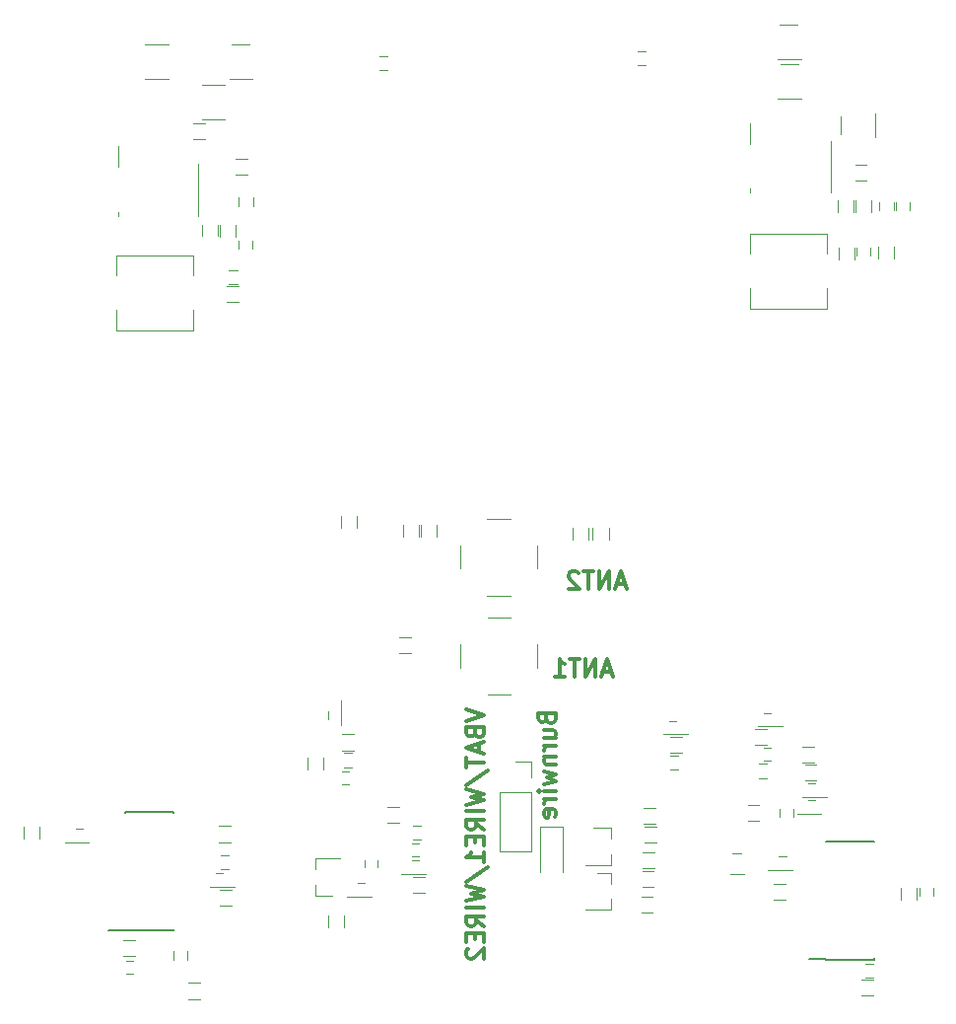
<source format=gbr>
G04 #@! TF.FileFunction,Legend,Bot*
%FSLAX46Y46*%
G04 Gerber Fmt 4.6, Leading zero omitted, Abs format (unit mm)*
G04 Created by KiCad (PCBNEW 4.0.6) date 11/17/17 16:04:27*
%MOMM*%
%LPD*%
G01*
G04 APERTURE LIST*
%ADD10C,0.100000*%
%ADD11C,0.300000*%
%ADD12C,0.120000*%
%ADD13C,0.150000*%
%ADD14C,3.580000*%
%ADD15R,1.580000X1.280000*%
%ADD16R,1.580000X1.130000*%
%ADD17R,1.480000X1.480000*%
%ADD18R,1.280000X1.180000*%
%ADD19R,1.280000X1.580000*%
%ADD20R,1.880000X0.980000*%
%ADD21R,1.130000X1.580000*%
%ADD22R,1.680000X2.980000*%
%ADD23R,0.980000X1.180000*%
%ADD24R,1.180000X0.980000*%
%ADD25C,1.180000*%
%ADD26C,1.269000*%
%ADD27R,2.880000X1.080000*%
%ADD28R,2.880000X0.780000*%
%ADD29R,2.380000X2.880000*%
%ADD30R,1.880000X2.780000*%
%ADD31R,1.680000X1.180000*%
%ADD32R,1.680000X2.180000*%
%ADD33R,0.830000X1.830000*%
%ADD34R,2.880000X2.380000*%
%ADD35C,2.580000*%
%ADD36C,2.380000*%
%ADD37R,2.080000X2.080000*%
%ADD38O,2.080000X2.080000*%
%ADD39R,1.880000X1.680000*%
G04 APERTURE END LIST*
D10*
D11*
X97657357Y-94022215D02*
X97728786Y-94236501D01*
X97800214Y-94307929D01*
X97943071Y-94379358D01*
X98157357Y-94379358D01*
X98300214Y-94307929D01*
X98371643Y-94236501D01*
X98443071Y-94093643D01*
X98443071Y-93522215D01*
X96943071Y-93522215D01*
X96943071Y-94022215D01*
X97014500Y-94165072D01*
X97085929Y-94236501D01*
X97228786Y-94307929D01*
X97371643Y-94307929D01*
X97514500Y-94236501D01*
X97585929Y-94165072D01*
X97657357Y-94022215D01*
X97657357Y-93522215D01*
X97443071Y-95665072D02*
X98443071Y-95665072D01*
X97443071Y-95022215D02*
X98228786Y-95022215D01*
X98371643Y-95093643D01*
X98443071Y-95236501D01*
X98443071Y-95450786D01*
X98371643Y-95593643D01*
X98300214Y-95665072D01*
X98443071Y-96379358D02*
X97443071Y-96379358D01*
X97728786Y-96379358D02*
X97585929Y-96450786D01*
X97514500Y-96522215D01*
X97443071Y-96665072D01*
X97443071Y-96807929D01*
X97443071Y-97307929D02*
X98443071Y-97307929D01*
X97585929Y-97307929D02*
X97514500Y-97379357D01*
X97443071Y-97522215D01*
X97443071Y-97736500D01*
X97514500Y-97879357D01*
X97657357Y-97950786D01*
X98443071Y-97950786D01*
X97443071Y-98522215D02*
X98443071Y-98807929D01*
X97728786Y-99093643D01*
X98443071Y-99379358D01*
X97443071Y-99665072D01*
X98443071Y-100236501D02*
X97443071Y-100236501D01*
X96943071Y-100236501D02*
X97014500Y-100165072D01*
X97085929Y-100236501D01*
X97014500Y-100307929D01*
X96943071Y-100236501D01*
X97085929Y-100236501D01*
X98443071Y-100950787D02*
X97443071Y-100950787D01*
X97728786Y-100950787D02*
X97585929Y-101022215D01*
X97514500Y-101093644D01*
X97443071Y-101236501D01*
X97443071Y-101379358D01*
X98371643Y-102450786D02*
X98443071Y-102307929D01*
X98443071Y-102022215D01*
X98371643Y-101879358D01*
X98228786Y-101807929D01*
X97657357Y-101807929D01*
X97514500Y-101879358D01*
X97443071Y-102022215D01*
X97443071Y-102307929D01*
X97514500Y-102450786D01*
X97657357Y-102522215D01*
X97800214Y-102522215D01*
X97943071Y-101807929D01*
X90803071Y-93256500D02*
X92303071Y-93756500D01*
X90803071Y-94256500D01*
X91517357Y-95256500D02*
X91588786Y-95470786D01*
X91660214Y-95542214D01*
X91803071Y-95613643D01*
X92017357Y-95613643D01*
X92160214Y-95542214D01*
X92231643Y-95470786D01*
X92303071Y-95327928D01*
X92303071Y-94756500D01*
X90803071Y-94756500D01*
X90803071Y-95256500D01*
X90874500Y-95399357D01*
X90945929Y-95470786D01*
X91088786Y-95542214D01*
X91231643Y-95542214D01*
X91374500Y-95470786D01*
X91445929Y-95399357D01*
X91517357Y-95256500D01*
X91517357Y-94756500D01*
X91874500Y-96185071D02*
X91874500Y-96899357D01*
X92303071Y-96042214D02*
X90803071Y-96542214D01*
X92303071Y-97042214D01*
X90803071Y-97327928D02*
X90803071Y-98185071D01*
X92303071Y-97756500D02*
X90803071Y-97756500D01*
X90731643Y-99756499D02*
X92660214Y-98470785D01*
X90803071Y-100113643D02*
X92303071Y-100470786D01*
X91231643Y-100756500D01*
X92303071Y-101042214D01*
X90803071Y-101399357D01*
X92303071Y-101970786D02*
X90803071Y-101970786D01*
X92303071Y-103542215D02*
X91588786Y-103042215D01*
X92303071Y-102685072D02*
X90803071Y-102685072D01*
X90803071Y-103256500D01*
X90874500Y-103399358D01*
X90945929Y-103470786D01*
X91088786Y-103542215D01*
X91303071Y-103542215D01*
X91445929Y-103470786D01*
X91517357Y-103399358D01*
X91588786Y-103256500D01*
X91588786Y-102685072D01*
X91517357Y-104185072D02*
X91517357Y-104685072D01*
X92303071Y-104899358D02*
X92303071Y-104185072D01*
X90803071Y-104185072D01*
X90803071Y-104899358D01*
X92303071Y-106327929D02*
X92303071Y-105470786D01*
X92303071Y-105899358D02*
X90803071Y-105899358D01*
X91017357Y-105756501D01*
X91160214Y-105613643D01*
X91231643Y-105470786D01*
X90731643Y-108042214D02*
X92660214Y-106756500D01*
X90803071Y-108399358D02*
X92303071Y-108756501D01*
X91231643Y-109042215D01*
X92303071Y-109327929D01*
X90803071Y-109685072D01*
X92303071Y-110256501D02*
X90803071Y-110256501D01*
X92303071Y-111827930D02*
X91588786Y-111327930D01*
X92303071Y-110970787D02*
X90803071Y-110970787D01*
X90803071Y-111542215D01*
X90874500Y-111685073D01*
X90945929Y-111756501D01*
X91088786Y-111827930D01*
X91303071Y-111827930D01*
X91445929Y-111756501D01*
X91517357Y-111685073D01*
X91588786Y-111542215D01*
X91588786Y-110970787D01*
X91517357Y-112470787D02*
X91517357Y-112970787D01*
X92303071Y-113185073D02*
X92303071Y-112470787D01*
X90803071Y-112470787D01*
X90803071Y-113185073D01*
X90945929Y-113756501D02*
X90874500Y-113827930D01*
X90803071Y-113970787D01*
X90803071Y-114327930D01*
X90874500Y-114470787D01*
X90945929Y-114542216D01*
X91088786Y-114613644D01*
X91231643Y-114613644D01*
X91445929Y-114542216D01*
X92303071Y-113685073D01*
X92303071Y-114613644D01*
X104403071Y-82466500D02*
X103688785Y-82466500D01*
X104545928Y-82895071D02*
X104045928Y-81395071D01*
X103545928Y-82895071D01*
X103045928Y-82895071D02*
X103045928Y-81395071D01*
X102188785Y-82895071D01*
X102188785Y-81395071D01*
X101688785Y-81395071D02*
X100831642Y-81395071D01*
X101260213Y-82895071D02*
X101260213Y-81395071D01*
X100403071Y-81537929D02*
X100331642Y-81466500D01*
X100188785Y-81395071D01*
X99831642Y-81395071D01*
X99688785Y-81466500D01*
X99617356Y-81537929D01*
X99545928Y-81680786D01*
X99545928Y-81823643D01*
X99617356Y-82037929D01*
X100474499Y-82895071D01*
X99545928Y-82895071D01*
X103203071Y-89986500D02*
X102488785Y-89986500D01*
X103345928Y-90415071D02*
X102845928Y-88915071D01*
X102345928Y-90415071D01*
X101845928Y-90415071D02*
X101845928Y-88915071D01*
X100988785Y-90415071D01*
X100988785Y-88915071D01*
X100488785Y-88915071D02*
X99631642Y-88915071D01*
X100060213Y-90415071D02*
X100060213Y-88915071D01*
X98345928Y-90415071D02*
X99203071Y-90415071D01*
X98774499Y-90415071D02*
X98774499Y-88915071D01*
X98917356Y-89129357D01*
X99060214Y-89272214D01*
X99203071Y-89343643D01*
D12*
X86026700Y-87064300D02*
X85026700Y-87064300D01*
X85026700Y-88424300D02*
X86026700Y-88424300D01*
X70365100Y-105746342D02*
X69665100Y-105746342D01*
X69665100Y-106946342D02*
X70365100Y-106946342D01*
X80244200Y-98181430D02*
X80944200Y-98181430D01*
X80944200Y-96981430D02*
X80244200Y-96981430D01*
X84002320Y-37187580D02*
X83302320Y-37187580D01*
X83302320Y-38387580D02*
X84002320Y-38387580D01*
X97094800Y-103321300D02*
X99094800Y-103321300D01*
X99094800Y-103321300D02*
X99094800Y-107171300D01*
X97094800Y-103321300D02*
X97094800Y-107171300D01*
X77798900Y-109187100D02*
X77798900Y-108257100D01*
X77798900Y-106027100D02*
X77798900Y-106957100D01*
X77798900Y-106027100D02*
X79958900Y-106027100D01*
X77798900Y-109187100D02*
X79258900Y-109187100D01*
X103176100Y-107271700D02*
X103176100Y-108201700D01*
X103176100Y-110431700D02*
X103176100Y-109501700D01*
X103176100Y-110431700D02*
X101016100Y-110431700D01*
X103176100Y-107271700D02*
X101716100Y-107271700D01*
X80245500Y-111950300D02*
X80245500Y-110950300D01*
X78885500Y-110950300D02*
X78885500Y-111950300D01*
X69599100Y-110074342D02*
X70599100Y-110074342D01*
X70599100Y-108714342D02*
X69599100Y-108714342D01*
X67891100Y-116715342D02*
X66891100Y-116715342D01*
X66891100Y-118075342D02*
X67891100Y-118075342D01*
X70515100Y-103253342D02*
X69515100Y-103253342D01*
X69515100Y-104613342D02*
X70515100Y-104613342D01*
X106799000Y-109327400D02*
X105799000Y-109327400D01*
X105799000Y-110687400D02*
X106799000Y-110687400D01*
X61303100Y-114392342D02*
X62303100Y-114392342D01*
X62303100Y-113032342D02*
X61303100Y-113032342D01*
X54096200Y-104330300D02*
X54096200Y-103330300D01*
X52736200Y-103330300D02*
X52736200Y-104330300D01*
X77132900Y-97366200D02*
X77132900Y-98366200D01*
X78492900Y-98366200D02*
X78492900Y-97366200D01*
X80094200Y-96737430D02*
X81094200Y-96737430D01*
X81094200Y-95377430D02*
X80094200Y-95377430D01*
X86835700Y-77366240D02*
X86835700Y-78366240D01*
X88195700Y-78366240D02*
X88195700Y-77366240D01*
X86671700Y-78378940D02*
X86671700Y-77378940D01*
X85311700Y-77378940D02*
X85311700Y-78378940D01*
D13*
X61430100Y-112183342D02*
X61430100Y-112158342D01*
X65580100Y-112183342D02*
X65580100Y-112078342D01*
X65580100Y-102033342D02*
X65580100Y-102138342D01*
X61430100Y-102033342D02*
X61430100Y-102138342D01*
X61430100Y-112183342D02*
X65580100Y-112183342D01*
X61430100Y-102033342D02*
X65580100Y-102033342D01*
X61430100Y-112158342D02*
X60055100Y-112158342D01*
D12*
X65605100Y-113997342D02*
X65605100Y-114697342D01*
X66805100Y-114697342D02*
X66805100Y-113997342D01*
X81355480Y-77616760D02*
X81355480Y-76616760D01*
X79995480Y-76616760D02*
X79995480Y-77616760D01*
X80526100Y-109269300D02*
X80526100Y-108129300D01*
X80526100Y-108129300D02*
X82626100Y-108129300D01*
X80526100Y-109269300D02*
X82626100Y-109269300D01*
X82043500Y-105227600D02*
X83183500Y-105227600D01*
X83183500Y-105227600D02*
X83183500Y-107327600D01*
X82043500Y-105227600D02*
X82043500Y-107327600D01*
X70895100Y-107300342D02*
X70895100Y-108440342D01*
X70895100Y-108440342D02*
X68795100Y-108440342D01*
X70895100Y-107300342D02*
X68795100Y-107300342D01*
X63187100Y-114793342D02*
X63187100Y-115933342D01*
X63187100Y-115933342D02*
X61087100Y-115933342D01*
X63187100Y-114793342D02*
X61087100Y-114793342D01*
X56269100Y-104630342D02*
X56269100Y-103490342D01*
X56269100Y-103490342D02*
X58369100Y-103490342D01*
X56269100Y-104630342D02*
X58369100Y-104630342D01*
X78881200Y-92471430D02*
X80021200Y-92471430D01*
X80021200Y-92471430D02*
X80021200Y-94571430D01*
X78881200Y-92471430D02*
X78881200Y-94571430D01*
X79167200Y-99675430D02*
X79167200Y-98535430D01*
X79167200Y-98535430D02*
X81267200Y-98535430D01*
X79167200Y-99675430D02*
X81267200Y-99675430D01*
X65202560Y-39145660D02*
X63202560Y-39145660D01*
X63202560Y-36185660D02*
X65202560Y-36185660D01*
X72416160Y-39094860D02*
X70416160Y-39094860D01*
X70416160Y-36134860D02*
X72416160Y-36134860D01*
X70064120Y-42620380D02*
X68064120Y-42620380D01*
X68064120Y-39660380D02*
X70064120Y-39660380D01*
X71238820Y-49299800D02*
X71238820Y-49999800D01*
X72438820Y-49999800D02*
X72438820Y-49299800D01*
X71094120Y-55511600D02*
X70394120Y-55511600D01*
X70394120Y-56711600D02*
X71094120Y-56711600D01*
X72400720Y-53670100D02*
X72400720Y-52970100D01*
X71200720Y-52970100D02*
X71200720Y-53670100D01*
X67334220Y-55970500D02*
X67334220Y-54270500D01*
X67334220Y-54270500D02*
X60734220Y-54270500D01*
X60734220Y-54270500D02*
X60734220Y-55970500D01*
X60734220Y-58970500D02*
X60734220Y-60670500D01*
X60734220Y-60670500D02*
X67334220Y-60670500D01*
X67334220Y-60670500D02*
X67334220Y-58970500D01*
X68289880Y-42949580D02*
X67289880Y-42949580D01*
X67289880Y-44309580D02*
X68289880Y-44309580D01*
X71178220Y-56892100D02*
X70178220Y-56892100D01*
X70178220Y-58252100D02*
X71178220Y-58252100D01*
X71940220Y-46008200D02*
X70940220Y-46008200D01*
X70940220Y-47368200D02*
X71940220Y-47368200D01*
X68034620Y-51618900D02*
X68034620Y-52618900D01*
X69394620Y-52618900D02*
X69394620Y-51618900D01*
X70969420Y-52628700D02*
X70969420Y-51628700D01*
X69609420Y-51628700D02*
X69609420Y-52628700D01*
X67766920Y-46422100D02*
X67766920Y-50882100D01*
X60866920Y-44902100D02*
X60866920Y-50882100D01*
X125762500Y-115084300D02*
X125062500Y-115084300D01*
X125062500Y-116284300D02*
X125762500Y-116284300D01*
X130876600Y-109265200D02*
X130876600Y-108565200D01*
X129676600Y-108565200D02*
X129676600Y-109265200D01*
X116616000Y-97913900D02*
X115916000Y-97913900D01*
X115916000Y-99113900D02*
X116616000Y-99113900D01*
X108301000Y-98364600D02*
X109001000Y-98364600D01*
X109001000Y-97164600D02*
X108301000Y-97164600D01*
X119548400Y-40790784D02*
X117548400Y-40790784D01*
X117548400Y-37830784D02*
X119548400Y-37830784D01*
X119523000Y-37412584D02*
X117523000Y-37412584D01*
X117523000Y-34452584D02*
X119523000Y-34452584D01*
X122924120Y-44114980D02*
X122924120Y-42114980D01*
X125884120Y-42114980D02*
X125884120Y-44114980D01*
X125499420Y-54314880D02*
X125499420Y-53614880D01*
X124299420Y-53614880D02*
X124299420Y-54314880D01*
X126280620Y-49667680D02*
X126280620Y-50367680D01*
X127480620Y-50367680D02*
X127480620Y-49667680D01*
X127703020Y-49708280D02*
X127703020Y-50408280D01*
X128903020Y-50408280D02*
X128903020Y-49708280D01*
X105471440Y-37950700D02*
X106171440Y-37950700D01*
X106171440Y-36750700D02*
X105471440Y-36750700D01*
X116683900Y-106996000D02*
X116683900Y-105856000D01*
X116683900Y-105856000D02*
X118783900Y-105856000D01*
X116683900Y-106996000D02*
X118783900Y-106996000D01*
X115337700Y-97661500D02*
X115337700Y-96521500D01*
X115337700Y-96521500D02*
X117437700Y-96521500D01*
X115337700Y-97661500D02*
X117437700Y-97661500D01*
X117949500Y-93524300D02*
X117949500Y-94664300D01*
X117949500Y-94664300D02*
X115849500Y-94664300D01*
X117949500Y-93524300D02*
X115849500Y-93524300D01*
X109834200Y-94210100D02*
X109834200Y-95350100D01*
X109834200Y-95350100D02*
X107734200Y-95350100D01*
X109834200Y-94210100D02*
X107734200Y-94210100D01*
X121760520Y-54105680D02*
X121760520Y-52405680D01*
X121760520Y-52405680D02*
X115160520Y-52405680D01*
X115160520Y-52405680D02*
X115160520Y-54105680D01*
X115160520Y-57105680D02*
X115160520Y-58805680D01*
X115160520Y-58805680D02*
X121760520Y-58805680D01*
X121760520Y-58805680D02*
X121760520Y-57105680D01*
X103172800Y-103410900D02*
X103172800Y-104340900D01*
X103172800Y-106570900D02*
X103172800Y-105640900D01*
X103172800Y-106570900D02*
X101012800Y-106570900D01*
X103172800Y-103410900D02*
X101712800Y-103410900D01*
X124709300Y-117799400D02*
X125709300Y-117799400D01*
X125709300Y-116439400D02*
X124709300Y-116439400D01*
X107048100Y-101669300D02*
X106048100Y-101669300D01*
X106048100Y-103029300D02*
X107048100Y-103029300D01*
X117173300Y-109544400D02*
X118173300Y-109544400D01*
X118173300Y-108184400D02*
X117173300Y-108184400D01*
X107078400Y-103307600D02*
X106078400Y-103307600D01*
X106078400Y-104667600D02*
X107078400Y-104667600D01*
X129470700Y-109547100D02*
X129470700Y-108547100D01*
X128110700Y-108547100D02*
X128110700Y-109547100D01*
X115603400Y-96260200D02*
X116603400Y-96260200D01*
X116603400Y-94900200D02*
X115603400Y-94900200D01*
X119649800Y-97784200D02*
X120649800Y-97784200D01*
X120649800Y-96424200D02*
X119649800Y-96424200D01*
X108280400Y-96984100D02*
X109280400Y-96984100D01*
X109280400Y-95624100D02*
X108280400Y-95624100D01*
X101643900Y-77642920D02*
X101643900Y-78642920D01*
X103003900Y-78642920D02*
X103003900Y-77642920D01*
X101297020Y-78642920D02*
X101297020Y-77642920D01*
X99937020Y-77642920D02*
X99937020Y-78642920D01*
X125175720Y-46518280D02*
X124175720Y-46518280D01*
X124175720Y-47878280D02*
X125175720Y-47878280D01*
X127547920Y-54510380D02*
X127547920Y-53510380D01*
X126187920Y-53510380D02*
X126187920Y-54510380D01*
X124093520Y-54594380D02*
X124093520Y-53594380D01*
X122733520Y-53594380D02*
X122733520Y-54594380D01*
X124194020Y-49563580D02*
X124194020Y-50563580D01*
X125554020Y-50563580D02*
X125554020Y-49563580D01*
X124017320Y-50555780D02*
X124017320Y-49555780D01*
X122657320Y-49555780D02*
X122657320Y-50555780D01*
D13*
X121635700Y-114688700D02*
X121635700Y-114663700D01*
X125785700Y-114688700D02*
X125785700Y-114583700D01*
X125785700Y-104538700D02*
X125785700Y-104643700D01*
X121635700Y-104538700D02*
X121635700Y-104643700D01*
X121635700Y-114688700D02*
X125785700Y-114688700D01*
X121635700Y-104538700D02*
X125785700Y-104538700D01*
X121635700Y-114663700D02*
X120260700Y-114663700D01*
D12*
X122054820Y-44434880D02*
X122054820Y-48894880D01*
X115154820Y-42914880D02*
X115154820Y-48894880D01*
X86177600Y-104384400D02*
X86877600Y-104384400D01*
X86877600Y-103184400D02*
X86177600Y-103184400D01*
X117700500Y-101747800D02*
X117700500Y-102447800D01*
X118900500Y-102447800D02*
X118900500Y-101747800D01*
X87748000Y-104738400D02*
X87748000Y-105878400D01*
X87748000Y-105878400D02*
X85648000Y-105878400D01*
X87748000Y-104738400D02*
X85648000Y-104738400D01*
X85162500Y-107338900D02*
X85162500Y-106198900D01*
X85162500Y-106198900D02*
X87262500Y-106198900D01*
X85162500Y-107338900D02*
X87262500Y-107338900D01*
X121771300Y-99607600D02*
X121771300Y-100747600D01*
X121771300Y-100747600D02*
X119671300Y-100747600D01*
X121771300Y-99607600D02*
X119671300Y-99607600D01*
X119184900Y-102182700D02*
X119184900Y-101042700D01*
X119184900Y-101042700D02*
X121284900Y-101042700D01*
X119184900Y-102182700D02*
X121284900Y-102182700D01*
X87169700Y-107612900D02*
X86169700Y-107612900D01*
X86169700Y-108972900D02*
X87169700Y-108972900D01*
X84972600Y-101580400D02*
X83972600Y-101580400D01*
X83972600Y-102940400D02*
X84972600Y-102940400D01*
X106905500Y-105504700D02*
X105905500Y-105504700D01*
X105905500Y-106864700D02*
X106905500Y-106864700D01*
X106880100Y-107079500D02*
X105880100Y-107079500D01*
X105880100Y-108439500D02*
X106880100Y-108439500D01*
X114947900Y-102813400D02*
X115947900Y-102813400D01*
X115947900Y-101453400D02*
X114947900Y-101453400D01*
X119850100Y-99333600D02*
X120850100Y-99333600D01*
X120850100Y-97973600D02*
X119850100Y-97973600D01*
X92586300Y-83449700D02*
X94586300Y-83449700D01*
X92586300Y-76849700D02*
X94586300Y-76849700D01*
X96886300Y-81149700D02*
X96886300Y-79149700D01*
X90286300Y-81149700D02*
X90286300Y-79149700D01*
X92599000Y-91933300D02*
X94599000Y-91933300D01*
X92599000Y-85333300D02*
X94599000Y-85333300D01*
X96899000Y-89633300D02*
X96899000Y-87633300D01*
X90299000Y-89633300D02*
X90299000Y-87633300D01*
X96326000Y-105431900D02*
X93666000Y-105431900D01*
X96326000Y-100291900D02*
X96326000Y-105431900D01*
X93666000Y-100291900D02*
X93666000Y-105431900D01*
X96326000Y-100291900D02*
X93666000Y-100291900D01*
X96326000Y-99021900D02*
X96326000Y-97691900D01*
X96326000Y-97691900D02*
X94996000Y-97691900D01*
X114634500Y-105576500D02*
X113434500Y-105576500D01*
X113434500Y-107336500D02*
X114634500Y-107336500D01*
%LPC*%
D14*
X55500000Y-114490000D03*
X131500000Y-114490000D03*
X131500000Y-38490000D03*
D15*
X84426700Y-87744300D03*
X86626700Y-87744300D03*
D16*
X70965100Y-106346342D03*
X69065100Y-106346342D03*
X79644200Y-97581430D03*
X81544200Y-97581430D03*
X84602320Y-37787580D03*
X82702320Y-37787580D03*
D17*
X98094800Y-104121300D03*
X98094800Y-106921300D03*
D18*
X79558900Y-106657100D03*
X79558900Y-108557100D03*
X77558900Y-107607100D03*
X101416100Y-109801700D03*
X101416100Y-107901700D03*
X103416100Y-108851700D03*
D19*
X79565500Y-110350300D03*
X79565500Y-112550300D03*
D15*
X71199100Y-109394342D03*
X68999100Y-109394342D03*
X66291100Y-117395342D03*
X68491100Y-117395342D03*
X68915100Y-103933342D03*
X71115100Y-103933342D03*
X105199000Y-110007400D03*
X107399000Y-110007400D03*
X62903100Y-113712342D03*
X60703100Y-113712342D03*
D19*
X53416200Y-102730300D03*
X53416200Y-104930300D03*
X77812900Y-98966200D03*
X77812900Y-96766200D03*
D15*
X81694200Y-96057430D03*
X79494200Y-96057430D03*
D19*
X87515700Y-78966240D03*
X87515700Y-76766240D03*
X85991700Y-76778940D03*
X85991700Y-78978940D03*
D20*
X60805100Y-111553342D03*
X60805100Y-110283342D03*
X60805100Y-109013342D03*
X60805100Y-107743342D03*
X60805100Y-106473342D03*
X60805100Y-105203342D03*
X60805100Y-103933342D03*
X60805100Y-102663342D03*
X66205100Y-102663342D03*
X66205100Y-103933342D03*
X66205100Y-105203342D03*
X66205100Y-106473342D03*
X66205100Y-107743342D03*
X66205100Y-109013342D03*
X66205100Y-110283342D03*
X66205100Y-111553342D03*
D21*
X66205100Y-113397342D03*
X66205100Y-115297342D03*
D22*
X90687160Y-73434260D03*
X88687160Y-73434260D03*
X86687160Y-73434260D03*
X84687160Y-73434260D03*
X82687160Y-73434260D03*
X80687160Y-73434260D03*
X78687160Y-73434260D03*
X76687160Y-73434260D03*
X76687160Y-40434260D03*
X78687160Y-40434260D03*
X80687160Y-40434260D03*
X82687160Y-40434260D03*
X84687160Y-40434260D03*
X86687160Y-40434260D03*
X88687160Y-40434260D03*
X90687160Y-40434260D03*
D19*
X80675480Y-76016760D03*
X80675480Y-78216760D03*
D23*
X80976100Y-108699300D03*
X82676100Y-108699300D03*
D24*
X82613500Y-105677600D03*
X82613500Y-107377600D03*
D23*
X70445100Y-107870342D03*
X68745100Y-107870342D03*
X62737100Y-115363342D03*
X61037100Y-115363342D03*
X56719100Y-104060342D03*
X58419100Y-104060342D03*
D24*
X79451200Y-92921430D03*
X79451200Y-94621430D03*
D23*
X79617200Y-99105430D03*
X81317200Y-99105430D03*
D25*
X134278000Y-53555900D03*
X133008000Y-53555900D03*
X131738000Y-53555900D03*
X130468000Y-53555900D03*
X134278000Y-54825900D03*
X131738000Y-54825900D03*
X133008000Y-54825900D03*
X130468000Y-54825900D03*
X134278000Y-56095900D03*
X133008000Y-56095900D03*
X131738000Y-56095900D03*
X130468000Y-56095900D03*
X134278000Y-57365900D03*
X133008000Y-57365900D03*
X131738000Y-57365900D03*
X130468000Y-57365900D03*
X134278000Y-58635900D03*
X133008000Y-58635900D03*
X131738000Y-58635900D03*
X130468000Y-58635900D03*
X134278000Y-59905900D03*
X133008000Y-59905900D03*
X131738000Y-59905900D03*
X130468000Y-59905900D03*
X134278000Y-61175900D03*
X133008000Y-61175900D03*
X131738000Y-61175900D03*
X130468000Y-61175900D03*
X134278000Y-62445900D03*
X133008000Y-62445900D03*
X131738000Y-62445900D03*
X130468000Y-62445900D03*
X134278000Y-63715900D03*
X133008000Y-63715900D03*
X131738000Y-63715900D03*
X130468000Y-63715900D03*
X134278000Y-64985900D03*
X133008000Y-64985900D03*
X131738000Y-64985900D03*
X130468000Y-64985900D03*
X134278000Y-66255900D03*
X133008000Y-66255900D03*
X131738000Y-66255900D03*
X130468000Y-66255900D03*
X134278000Y-67525900D03*
X133008000Y-67525900D03*
X131738000Y-67525900D03*
X130468000Y-67525900D03*
X134278000Y-68795900D03*
X133008000Y-68795900D03*
X131738000Y-68795900D03*
X130468000Y-68795900D03*
X134278000Y-70065900D03*
X133008000Y-70065900D03*
X131738000Y-70065900D03*
X130468000Y-70065900D03*
X134278000Y-71335900D03*
X133008000Y-71335900D03*
X131738000Y-71335900D03*
X130468000Y-71335900D03*
X134278000Y-72605900D03*
X133008000Y-72605900D03*
X131738000Y-72605900D03*
X130468000Y-72605900D03*
X134278000Y-73875900D03*
X133008000Y-73875900D03*
X131738000Y-73875900D03*
X130468000Y-73875900D03*
X134278000Y-75145900D03*
X133008000Y-75145900D03*
X131738000Y-75145900D03*
X130468000Y-75145900D03*
X134278000Y-76415900D03*
X133008000Y-76415900D03*
X131738000Y-76415900D03*
X130468000Y-76415900D03*
X134278000Y-77685900D03*
X133008000Y-77685900D03*
X131738000Y-77685900D03*
X130468000Y-77685900D03*
X134278000Y-78955900D03*
X133008000Y-78955900D03*
X131738000Y-78955900D03*
X130468000Y-78955900D03*
X134278000Y-80225900D03*
X133008000Y-80225900D03*
X131738000Y-80225900D03*
X130468000Y-80225900D03*
X134278000Y-81495900D03*
X133008000Y-81495900D03*
X131738000Y-81495900D03*
X130468000Y-81495900D03*
X134278000Y-82765900D03*
X133008000Y-82765900D03*
X130468000Y-82765900D03*
X131738000Y-82765900D03*
X134278000Y-84035900D03*
X133008000Y-84035900D03*
X131738000Y-84035900D03*
X130468000Y-84035900D03*
X134278000Y-85305900D03*
X133008000Y-85305900D03*
X131738000Y-85305900D03*
X130468000Y-85305900D03*
X134278000Y-86575900D03*
X133008000Y-86575900D03*
X131738000Y-86575900D03*
X130468000Y-86575900D03*
X134278000Y-87845900D03*
X133008000Y-87845900D03*
X131738000Y-87845900D03*
X130468000Y-87845900D03*
X134278000Y-89115900D03*
X133008000Y-89115900D03*
X131738000Y-89115900D03*
X130468000Y-89115900D03*
X134278000Y-90385900D03*
X133008000Y-90385900D03*
X131738000Y-90385900D03*
X130468000Y-90385900D03*
D26*
X132373000Y-54190900D03*
X132373000Y-54190900D03*
X132373000Y-54190900D03*
X132373000Y-54190900D03*
X132373000Y-89750900D03*
D27*
X132376610Y-84035900D03*
X132376610Y-85305900D03*
X132376610Y-81495900D03*
X130471610Y-85305900D03*
X130471610Y-81495900D03*
X130471610Y-84035900D03*
X130471610Y-82765900D03*
X134281610Y-73875900D03*
X134281610Y-75145900D03*
X134281610Y-71335900D03*
X134281610Y-72605900D03*
X134281610Y-76415900D03*
X134281610Y-77685900D03*
X134281610Y-80225900D03*
X134281610Y-81495900D03*
X134281610Y-84035900D03*
X134281610Y-78955900D03*
X134281610Y-82765900D03*
X134281610Y-85305900D03*
X134281610Y-89115900D03*
X134281610Y-90385900D03*
X134281610Y-87845900D03*
X134281610Y-86575900D03*
X130471610Y-90385900D03*
X130471610Y-86575900D03*
D28*
X132503610Y-90512900D03*
D27*
X132376610Y-86575900D03*
X132376610Y-87845900D03*
D28*
X132503610Y-88988900D03*
D27*
X130471610Y-87845900D03*
X130471610Y-89115900D03*
X132376610Y-72605900D03*
X130471610Y-71335900D03*
X132376610Y-75145900D03*
X132376610Y-71335900D03*
X132376610Y-73875900D03*
X130471610Y-72605900D03*
X130471610Y-75145900D03*
X130471610Y-73875900D03*
X132376610Y-78955900D03*
X132376610Y-80225900D03*
X130471610Y-80225900D03*
X132376610Y-76415900D03*
X132376610Y-77685900D03*
X130471610Y-78955900D03*
X130471610Y-76415900D03*
X130471610Y-77685900D03*
D28*
X132376610Y-53428900D03*
D27*
X130471610Y-54825900D03*
X130471610Y-53555900D03*
D28*
X132503610Y-54952900D03*
D27*
X132376610Y-56095900D03*
X130471610Y-57365900D03*
X132376610Y-57365900D03*
X130471610Y-56095900D03*
X132376610Y-67525900D03*
X132376610Y-66255900D03*
X130471610Y-67525900D03*
X130471610Y-66255900D03*
X132376610Y-64985900D03*
X132376610Y-63715900D03*
X130471610Y-64985900D03*
X130471610Y-63715900D03*
X134281610Y-53555900D03*
X134281610Y-54825900D03*
X134281610Y-57365900D03*
X134281610Y-58635900D03*
X134281610Y-56095900D03*
X134281610Y-62445900D03*
X134281610Y-64985900D03*
X134281610Y-63715900D03*
X134281610Y-61175900D03*
X134281610Y-59905900D03*
X130471610Y-68795900D03*
X134281610Y-67525900D03*
X134281610Y-70065900D03*
X134281610Y-66255900D03*
X134281610Y-68795900D03*
X132376610Y-70065900D03*
X132376610Y-68795900D03*
X130471610Y-70065900D03*
X130471610Y-62445900D03*
X132376610Y-58635900D03*
X132376610Y-59905900D03*
X132376610Y-62445900D03*
X132376610Y-61175900D03*
X130471610Y-61175900D03*
X130471610Y-59905900D03*
X130471610Y-58635900D03*
X132376610Y-82765900D03*
D25*
X56278000Y-53555900D03*
X55008000Y-53555900D03*
X53738000Y-53555900D03*
X52468000Y-53555900D03*
X56278000Y-54825900D03*
X53738000Y-54825900D03*
X55008000Y-54825900D03*
X52468000Y-54825900D03*
X56278000Y-56095900D03*
X55008000Y-56095900D03*
X53738000Y-56095900D03*
X52468000Y-56095900D03*
X56278000Y-57365900D03*
X55008000Y-57365900D03*
X53738000Y-57365900D03*
X52468000Y-57365900D03*
X56278000Y-58635900D03*
X55008000Y-58635900D03*
X53738000Y-58635900D03*
X52468000Y-58635900D03*
X56278000Y-59905900D03*
X55008000Y-59905900D03*
X53738000Y-59905900D03*
X52468000Y-59905900D03*
X56278000Y-61175900D03*
X55008000Y-61175900D03*
X53738000Y-61175900D03*
X52468000Y-61175900D03*
X56278000Y-62445900D03*
X55008000Y-62445900D03*
X53738000Y-62445900D03*
X52468000Y-62445900D03*
X56278000Y-63715900D03*
X55008000Y-63715900D03*
X53738000Y-63715900D03*
X52468000Y-63715900D03*
X56278000Y-64985900D03*
X55008000Y-64985900D03*
X53738000Y-64985900D03*
X52468000Y-64985900D03*
X56278000Y-66255900D03*
X55008000Y-66255900D03*
X53738000Y-66255900D03*
X52468000Y-66255900D03*
X56278000Y-67525900D03*
X55008000Y-67525900D03*
X53738000Y-67525900D03*
X52468000Y-67525900D03*
X56278000Y-68795900D03*
X55008000Y-68795900D03*
X53738000Y-68795900D03*
X52468000Y-68795900D03*
X56278000Y-70065900D03*
X55008000Y-70065900D03*
X53738000Y-70065900D03*
X52468000Y-70065900D03*
X56278000Y-71335900D03*
X55008000Y-71335900D03*
X53738000Y-71335900D03*
X52468000Y-71335900D03*
X56278000Y-72605900D03*
X55008000Y-72605900D03*
X53738000Y-72605900D03*
X52468000Y-72605900D03*
X56278000Y-73875900D03*
X55008000Y-73875900D03*
X53738000Y-73875900D03*
X52468000Y-73875900D03*
X56278000Y-75145900D03*
X55008000Y-75145900D03*
X53738000Y-75145900D03*
X52468000Y-75145900D03*
X56278000Y-76415900D03*
X55008000Y-76415900D03*
X53738000Y-76415900D03*
X52468000Y-76415900D03*
X56278000Y-77685900D03*
X55008000Y-77685900D03*
X53738000Y-77685900D03*
X52468000Y-77685900D03*
X56278000Y-78955900D03*
X55008000Y-78955900D03*
X53738000Y-78955900D03*
X52468000Y-78955900D03*
X56278000Y-80225900D03*
X55008000Y-80225900D03*
X53738000Y-80225900D03*
X52468000Y-80225900D03*
X56278000Y-81495900D03*
X55008000Y-81495900D03*
X53738000Y-81495900D03*
X52468000Y-81495900D03*
X56278000Y-82765900D03*
X55008000Y-82765900D03*
X52468000Y-82765900D03*
X53738000Y-82765900D03*
X56278000Y-84035900D03*
X55008000Y-84035900D03*
X53738000Y-84035900D03*
X52468000Y-84035900D03*
X56278000Y-85305900D03*
X55008000Y-85305900D03*
X53738000Y-85305900D03*
X52468000Y-85305900D03*
X56278000Y-86575900D03*
X55008000Y-86575900D03*
X53738000Y-86575900D03*
X52468000Y-86575900D03*
X56278000Y-87845900D03*
X55008000Y-87845900D03*
X53738000Y-87845900D03*
X52468000Y-87845900D03*
X56278000Y-89115900D03*
X55008000Y-89115900D03*
X53738000Y-89115900D03*
X52468000Y-89115900D03*
X56278000Y-90385900D03*
X55008000Y-90385900D03*
X53738000Y-90385900D03*
X52468000Y-90385900D03*
D26*
X54373000Y-54190900D03*
X54373000Y-54190900D03*
X54373000Y-54190900D03*
X54373000Y-54190900D03*
X54373000Y-89750900D03*
D27*
X54376610Y-84035900D03*
X54376610Y-85305900D03*
X54376610Y-81495900D03*
X52471610Y-85305900D03*
X52471610Y-81495900D03*
X52471610Y-84035900D03*
X52471610Y-82765900D03*
X56281610Y-73875900D03*
X56281610Y-75145900D03*
X56281610Y-71335900D03*
X56281610Y-72605900D03*
X56281610Y-76415900D03*
X56281610Y-77685900D03*
X56281610Y-80225900D03*
X56281610Y-81495900D03*
X56281610Y-84035900D03*
X56281610Y-78955900D03*
X56281610Y-82765900D03*
X56281610Y-85305900D03*
X56281610Y-89115900D03*
X56281610Y-90385900D03*
X56281610Y-87845900D03*
X56281610Y-86575900D03*
X52471610Y-90385900D03*
X52471610Y-86575900D03*
D28*
X54503610Y-90512900D03*
D27*
X54376610Y-86575900D03*
X54376610Y-87845900D03*
D28*
X54503610Y-88988900D03*
D27*
X52471610Y-87845900D03*
X52471610Y-89115900D03*
X54376610Y-72605900D03*
X52471610Y-71335900D03*
X54376610Y-75145900D03*
X54376610Y-71335900D03*
X54376610Y-73875900D03*
X52471610Y-72605900D03*
X52471610Y-75145900D03*
X52471610Y-73875900D03*
X54376610Y-78955900D03*
X54376610Y-80225900D03*
X52471610Y-80225900D03*
X54376610Y-76415900D03*
X54376610Y-77685900D03*
X52471610Y-78955900D03*
X52471610Y-76415900D03*
X52471610Y-77685900D03*
D28*
X54376610Y-53428900D03*
D27*
X52471610Y-54825900D03*
X52471610Y-53555900D03*
D28*
X54503610Y-54952900D03*
D27*
X54376610Y-56095900D03*
X52471610Y-57365900D03*
X54376610Y-57365900D03*
X52471610Y-56095900D03*
X54376610Y-67525900D03*
X54376610Y-66255900D03*
X52471610Y-67525900D03*
X52471610Y-66255900D03*
X54376610Y-64985900D03*
X54376610Y-63715900D03*
X52471610Y-64985900D03*
X52471610Y-63715900D03*
X56281610Y-53555900D03*
X56281610Y-54825900D03*
X56281610Y-57365900D03*
X56281610Y-58635900D03*
X56281610Y-56095900D03*
X56281610Y-62445900D03*
X56281610Y-64985900D03*
X56281610Y-63715900D03*
X56281610Y-61175900D03*
X56281610Y-59905900D03*
X52471610Y-68795900D03*
X56281610Y-67525900D03*
X56281610Y-70065900D03*
X56281610Y-66255900D03*
X56281610Y-68795900D03*
X54376610Y-70065900D03*
X54376610Y-68795900D03*
X52471610Y-70065900D03*
X52471610Y-62445900D03*
X54376610Y-58635900D03*
X54376610Y-59905900D03*
X54376610Y-62445900D03*
X54376610Y-61175900D03*
X52471610Y-61175900D03*
X52471610Y-59905900D03*
X52471610Y-58635900D03*
X54376610Y-82765900D03*
D14*
X55500000Y-38490000D03*
D29*
X62202560Y-37665660D03*
X66202560Y-37665660D03*
X69416160Y-37614860D03*
X73416160Y-37614860D03*
X67064120Y-41140380D03*
X71064120Y-41140380D03*
D21*
X71838820Y-48699800D03*
X71838820Y-50599800D03*
D16*
X71694120Y-56111600D03*
X69794120Y-56111600D03*
D21*
X71800720Y-54270100D03*
X71800720Y-52370100D03*
D30*
X61284220Y-57470500D03*
X66784220Y-57470500D03*
D15*
X66689880Y-43629580D03*
X68889880Y-43629580D03*
X69578220Y-57572100D03*
X71778220Y-57572100D03*
X70340220Y-46688200D03*
X72540220Y-46688200D03*
D19*
X68714620Y-53218900D03*
X68714620Y-51018900D03*
X70289420Y-51028700D03*
X70289420Y-53228700D03*
D31*
X61716920Y-49952100D03*
D32*
X66916920Y-48652100D03*
X65616920Y-48652100D03*
X61716920Y-48652100D03*
X63016920Y-48652100D03*
D33*
X61396920Y-45702100D03*
X62046920Y-45702100D03*
X62696920Y-45702100D03*
X63346920Y-45702100D03*
X63986920Y-45702100D03*
X64646920Y-45702100D03*
X65286920Y-45702100D03*
X65936920Y-45702100D03*
X66586920Y-45702100D03*
X67236920Y-45702100D03*
X67236920Y-51602100D03*
X66586920Y-51602100D03*
X65936920Y-51602100D03*
X65286920Y-51602100D03*
X64646920Y-51602100D03*
X63986920Y-51602100D03*
X63346920Y-51602100D03*
X62696920Y-51602100D03*
X62046920Y-51602100D03*
X61396920Y-51602100D03*
D32*
X64316920Y-48652100D03*
D31*
X61716920Y-47352100D03*
X63016920Y-47352100D03*
X64316920Y-47352100D03*
X65616920Y-47352100D03*
X66916920Y-47352100D03*
X66916920Y-49952100D03*
X65616920Y-49952100D03*
X64316920Y-49952100D03*
X63016920Y-49952100D03*
D16*
X126362500Y-115684300D03*
X124462500Y-115684300D03*
D21*
X130276600Y-109865200D03*
X130276600Y-107965200D03*
D16*
X117216000Y-98513900D03*
X115316000Y-98513900D03*
X107701000Y-97764600D03*
X109601000Y-97764600D03*
D29*
X116548400Y-39310784D03*
X120548400Y-39310784D03*
X116523000Y-35932584D03*
X120523000Y-35932584D03*
D34*
X124404120Y-41114980D03*
X124404120Y-45114980D03*
D21*
X124899420Y-54914880D03*
X124899420Y-53014880D03*
X126880620Y-49067680D03*
X126880620Y-50967680D03*
X128303020Y-49108280D03*
X128303020Y-51008280D03*
D16*
X104871440Y-37350700D03*
X106771440Y-37350700D03*
D23*
X117133900Y-106426000D03*
X118833900Y-106426000D03*
X115787700Y-97091500D03*
X117487700Y-97091500D03*
X117499500Y-94094300D03*
X115799500Y-94094300D03*
X109384200Y-94780100D03*
X107684200Y-94780100D03*
D30*
X115710520Y-55605680D03*
X121210520Y-55605680D03*
D18*
X101412800Y-105940900D03*
X101412800Y-104040900D03*
X103412800Y-104990900D03*
D15*
X126309300Y-117119400D03*
X124109300Y-117119400D03*
X105448100Y-102349300D03*
X107648100Y-102349300D03*
X118773300Y-108864400D03*
X116573300Y-108864400D03*
X105478400Y-103987600D03*
X107678400Y-103987600D03*
D19*
X128790700Y-107947100D03*
X128790700Y-110147100D03*
D15*
X117203400Y-95580200D03*
X115003400Y-95580200D03*
X121249800Y-97104200D03*
X119049800Y-97104200D03*
X109880400Y-96304100D03*
X107680400Y-96304100D03*
D19*
X102323900Y-79242920D03*
X102323900Y-77042920D03*
X100617020Y-77042920D03*
X100617020Y-79242920D03*
D15*
X123575720Y-47198280D03*
X125775720Y-47198280D03*
D19*
X126867920Y-52910380D03*
X126867920Y-55110380D03*
X123413520Y-52994380D03*
X123413520Y-55194380D03*
X124874020Y-51163580D03*
X124874020Y-48963580D03*
X123337320Y-48955780D03*
X123337320Y-51155780D03*
D20*
X121010700Y-114058700D03*
X121010700Y-112788700D03*
X121010700Y-111518700D03*
X121010700Y-110248700D03*
X121010700Y-108978700D03*
X121010700Y-107708700D03*
X121010700Y-106438700D03*
X121010700Y-105168700D03*
X126410700Y-105168700D03*
X126410700Y-106438700D03*
X126410700Y-107708700D03*
X126410700Y-108978700D03*
X126410700Y-110248700D03*
X126410700Y-111518700D03*
X126410700Y-112788700D03*
X126410700Y-114058700D03*
D31*
X116004820Y-47964880D03*
D32*
X121204820Y-46664880D03*
X119904820Y-46664880D03*
X116004820Y-46664880D03*
X117304820Y-46664880D03*
D33*
X115684820Y-43714880D03*
X116334820Y-43714880D03*
X116984820Y-43714880D03*
X117634820Y-43714880D03*
X118274820Y-43714880D03*
X118934820Y-43714880D03*
X119574820Y-43714880D03*
X120224820Y-43714880D03*
X120874820Y-43714880D03*
X121524820Y-43714880D03*
X121524820Y-49614880D03*
X120874820Y-49614880D03*
X120224820Y-49614880D03*
X119574820Y-49614880D03*
X118934820Y-49614880D03*
X118274820Y-49614880D03*
X117634820Y-49614880D03*
X116984820Y-49614880D03*
X116334820Y-49614880D03*
X115684820Y-49614880D03*
D32*
X118604820Y-46664880D03*
D31*
X116004820Y-45364880D03*
X117304820Y-45364880D03*
X118604820Y-45364880D03*
X119904820Y-45364880D03*
X121204820Y-45364880D03*
X121204820Y-47964880D03*
X119904820Y-47964880D03*
X118604820Y-47964880D03*
X117304820Y-47964880D03*
D22*
X110565200Y-73525700D03*
X108565200Y-73525700D03*
X106565200Y-73525700D03*
X104565200Y-73525700D03*
X102565200Y-73525700D03*
X100565200Y-73525700D03*
X98565200Y-73525700D03*
X96565200Y-73525700D03*
X96565200Y-40525700D03*
X98565200Y-40525700D03*
X100565200Y-40525700D03*
X102565200Y-40525700D03*
X104565200Y-40525700D03*
X106565200Y-40525700D03*
X108565200Y-40525700D03*
X110565200Y-40525700D03*
D16*
X85577600Y-103784400D03*
X87477600Y-103784400D03*
D21*
X118300500Y-101147800D03*
X118300500Y-103047800D03*
D23*
X87298000Y-105308400D03*
X85598000Y-105308400D03*
X85612500Y-106768900D03*
X87312500Y-106768900D03*
X121321300Y-100177600D03*
X119621300Y-100177600D03*
X119634900Y-101612700D03*
X121334900Y-101612700D03*
D15*
X85569700Y-108292900D03*
X87769700Y-108292900D03*
X83372600Y-102260400D03*
X85572600Y-102260400D03*
X105305500Y-106184700D03*
X107505500Y-106184700D03*
X105280100Y-107759500D03*
X107480100Y-107759500D03*
X116547900Y-102133400D03*
X114347900Y-102133400D03*
X121450100Y-98653600D03*
X119250100Y-98653600D03*
D35*
X91046300Y-77609700D03*
X91046300Y-82689700D03*
X96126300Y-82689700D03*
X96126300Y-77609700D03*
D36*
X93586300Y-80149700D03*
D35*
X91059000Y-86093300D03*
X91059000Y-91173300D03*
X96139000Y-91173300D03*
X96139000Y-86093300D03*
D36*
X93599000Y-88633300D03*
D37*
X94996000Y-99021900D03*
D38*
X94996000Y-101561900D03*
X94996000Y-104101900D03*
D39*
X112684500Y-106456500D03*
X115384500Y-106456500D03*
M02*

</source>
